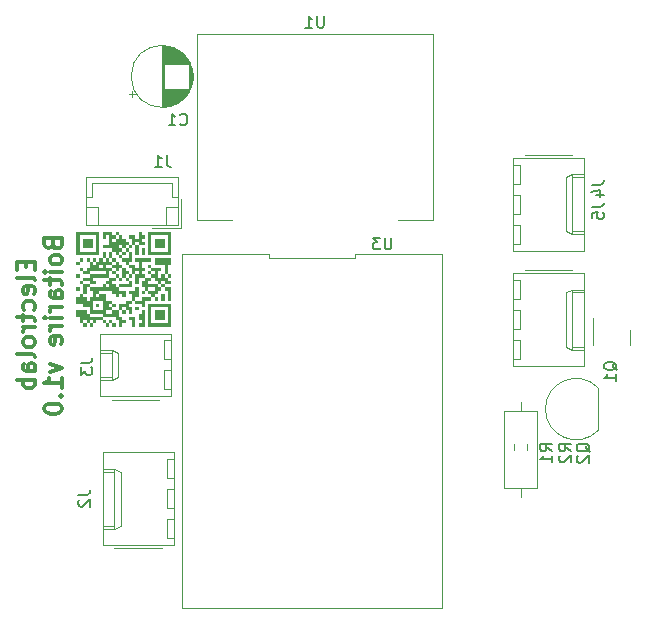
<source format=gbr>
%TF.GenerationSoftware,KiCad,Pcbnew,(5.99.0-11051-gdb19ae226a)*%
%TF.CreationDate,2021-08-12T23:07:14+02:00*%
%TF.ProjectId,boitarire,626f6974-6172-4697-9265-2e6b69636164,rev?*%
%TF.SameCoordinates,Original*%
%TF.FileFunction,Legend,Bot*%
%TF.FilePolarity,Positive*%
%FSLAX46Y46*%
G04 Gerber Fmt 4.6, Leading zero omitted, Abs format (unit mm)*
G04 Created by KiCad (PCBNEW (5.99.0-11051-gdb19ae226a)) date 2021-08-12 23:07:14*
%MOMM*%
%LPD*%
G01*
G04 APERTURE LIST*
%ADD10C,0.300000*%
%ADD11C,0.150000*%
%ADD12C,0.120000*%
G04 APERTURE END LIST*
D10*
X138992857Y-63878571D02*
X138992857Y-64378571D01*
X139778571Y-64592857D02*
X139778571Y-63878571D01*
X138278571Y-63878571D01*
X138278571Y-64592857D01*
X139778571Y-65450000D02*
X139707142Y-65307142D01*
X139564285Y-65235714D01*
X138278571Y-65235714D01*
X139707142Y-66592857D02*
X139778571Y-66450000D01*
X139778571Y-66164285D01*
X139707142Y-66021428D01*
X139564285Y-65950000D01*
X138992857Y-65950000D01*
X138850000Y-66021428D01*
X138778571Y-66164285D01*
X138778571Y-66450000D01*
X138850000Y-66592857D01*
X138992857Y-66664285D01*
X139135714Y-66664285D01*
X139278571Y-65950000D01*
X139707142Y-67950000D02*
X139778571Y-67807142D01*
X139778571Y-67521428D01*
X139707142Y-67378571D01*
X139635714Y-67307142D01*
X139492857Y-67235714D01*
X139064285Y-67235714D01*
X138921428Y-67307142D01*
X138850000Y-67378571D01*
X138778571Y-67521428D01*
X138778571Y-67807142D01*
X138850000Y-67950000D01*
X138778571Y-68378571D02*
X138778571Y-68950000D01*
X138278571Y-68592857D02*
X139564285Y-68592857D01*
X139707142Y-68664285D01*
X139778571Y-68807142D01*
X139778571Y-68950000D01*
X139778571Y-69450000D02*
X138778571Y-69450000D01*
X139064285Y-69450000D02*
X138921428Y-69521428D01*
X138850000Y-69592857D01*
X138778571Y-69735714D01*
X138778571Y-69878571D01*
X139778571Y-70592857D02*
X139707142Y-70450000D01*
X139635714Y-70378571D01*
X139492857Y-70307142D01*
X139064285Y-70307142D01*
X138921428Y-70378571D01*
X138850000Y-70450000D01*
X138778571Y-70592857D01*
X138778571Y-70807142D01*
X138850000Y-70950000D01*
X138921428Y-71021428D01*
X139064285Y-71092857D01*
X139492857Y-71092857D01*
X139635714Y-71021428D01*
X139707142Y-70950000D01*
X139778571Y-70807142D01*
X139778571Y-70592857D01*
X139778571Y-71950000D02*
X139707142Y-71807142D01*
X139564285Y-71735714D01*
X138278571Y-71735714D01*
X139778571Y-73164285D02*
X138992857Y-73164285D01*
X138850000Y-73092857D01*
X138778571Y-72950000D01*
X138778571Y-72664285D01*
X138850000Y-72521428D01*
X139707142Y-73164285D02*
X139778571Y-73021428D01*
X139778571Y-72664285D01*
X139707142Y-72521428D01*
X139564285Y-72450000D01*
X139421428Y-72450000D01*
X139278571Y-72521428D01*
X139207142Y-72664285D01*
X139207142Y-73021428D01*
X139135714Y-73164285D01*
X139778571Y-73878571D02*
X138278571Y-73878571D01*
X138850000Y-73878571D02*
X138778571Y-74021428D01*
X138778571Y-74307142D01*
X138850000Y-74450000D01*
X138921428Y-74521428D01*
X139064285Y-74592857D01*
X139492857Y-74592857D01*
X139635714Y-74521428D01*
X139707142Y-74450000D01*
X139778571Y-74307142D01*
X139778571Y-74021428D01*
X139707142Y-73878571D01*
X141292857Y-62407142D02*
X141364285Y-62621428D01*
X141435714Y-62692857D01*
X141578571Y-62764285D01*
X141792857Y-62764285D01*
X141935714Y-62692857D01*
X142007142Y-62621428D01*
X142078571Y-62478571D01*
X142078571Y-61907142D01*
X140578571Y-61907142D01*
X140578571Y-62407142D01*
X140650000Y-62550000D01*
X140721428Y-62621428D01*
X140864285Y-62692857D01*
X141007142Y-62692857D01*
X141150000Y-62621428D01*
X141221428Y-62550000D01*
X141292857Y-62407142D01*
X141292857Y-61907142D01*
X142078571Y-63621428D02*
X142007142Y-63478571D01*
X141935714Y-63407142D01*
X141792857Y-63335714D01*
X141364285Y-63335714D01*
X141221428Y-63407142D01*
X141150000Y-63478571D01*
X141078571Y-63621428D01*
X141078571Y-63835714D01*
X141150000Y-63978571D01*
X141221428Y-64050000D01*
X141364285Y-64121428D01*
X141792857Y-64121428D01*
X141935714Y-64050000D01*
X142007142Y-63978571D01*
X142078571Y-63835714D01*
X142078571Y-63621428D01*
X142078571Y-64764285D02*
X141078571Y-64764285D01*
X140578571Y-64764285D02*
X140650000Y-64692857D01*
X140721428Y-64764285D01*
X140650000Y-64835714D01*
X140578571Y-64764285D01*
X140721428Y-64764285D01*
X141078571Y-65264285D02*
X141078571Y-65835714D01*
X140578571Y-65478571D02*
X141864285Y-65478571D01*
X142007142Y-65550000D01*
X142078571Y-65692857D01*
X142078571Y-65835714D01*
X142078571Y-66978571D02*
X141292857Y-66978571D01*
X141150000Y-66907142D01*
X141078571Y-66764285D01*
X141078571Y-66478571D01*
X141150000Y-66335714D01*
X142007142Y-66978571D02*
X142078571Y-66835714D01*
X142078571Y-66478571D01*
X142007142Y-66335714D01*
X141864285Y-66264285D01*
X141721428Y-66264285D01*
X141578571Y-66335714D01*
X141507142Y-66478571D01*
X141507142Y-66835714D01*
X141435714Y-66978571D01*
X142078571Y-67692857D02*
X141078571Y-67692857D01*
X141364285Y-67692857D02*
X141221428Y-67764285D01*
X141150000Y-67835714D01*
X141078571Y-67978571D01*
X141078571Y-68121428D01*
X142078571Y-68621428D02*
X141078571Y-68621428D01*
X140578571Y-68621428D02*
X140650000Y-68550000D01*
X140721428Y-68621428D01*
X140650000Y-68692857D01*
X140578571Y-68621428D01*
X140721428Y-68621428D01*
X142078571Y-69335714D02*
X141078571Y-69335714D01*
X141364285Y-69335714D02*
X141221428Y-69407142D01*
X141150000Y-69478571D01*
X141078571Y-69621428D01*
X141078571Y-69764285D01*
X142007142Y-70835714D02*
X142078571Y-70692857D01*
X142078571Y-70407142D01*
X142007142Y-70264285D01*
X141864285Y-70192857D01*
X141292857Y-70192857D01*
X141150000Y-70264285D01*
X141078571Y-70407142D01*
X141078571Y-70692857D01*
X141150000Y-70835714D01*
X141292857Y-70907142D01*
X141435714Y-70907142D01*
X141578571Y-70192857D01*
X141078571Y-72550000D02*
X142078571Y-72907142D01*
X141078571Y-73264285D01*
X142078571Y-74621428D02*
X142078571Y-73764285D01*
X142078571Y-74192857D02*
X140578571Y-74192857D01*
X140792857Y-74050000D01*
X140935714Y-73907142D01*
X141007142Y-73764285D01*
X141935714Y-75264285D02*
X142007142Y-75335714D01*
X142078571Y-75264285D01*
X142007142Y-75192857D01*
X141935714Y-75264285D01*
X142078571Y-75264285D01*
X140578571Y-76264285D02*
X140578571Y-76407142D01*
X140650000Y-76550000D01*
X140721428Y-76621428D01*
X140864285Y-76692857D01*
X141150000Y-76764285D01*
X141507142Y-76764285D01*
X141792857Y-76692857D01*
X141935714Y-76621428D01*
X142007142Y-76550000D01*
X142078571Y-76407142D01*
X142078571Y-76264285D01*
X142007142Y-76121428D01*
X141935714Y-76050000D01*
X141792857Y-75978571D01*
X141507142Y-75907142D01*
X141150000Y-75907142D01*
X140864285Y-75978571D01*
X140721428Y-76050000D01*
X140650000Y-76121428D01*
X140578571Y-76264285D01*
D11*
%TO.C,U1*%
X164261904Y-43077380D02*
X164261904Y-43886904D01*
X164214285Y-43982142D01*
X164166666Y-44029761D01*
X164071428Y-44077380D01*
X163880952Y-44077380D01*
X163785714Y-44029761D01*
X163738095Y-43982142D01*
X163690476Y-43886904D01*
X163690476Y-43077380D01*
X162690476Y-44077380D02*
X163261904Y-44077380D01*
X162976190Y-44077380D02*
X162976190Y-43077380D01*
X163071428Y-43220238D01*
X163166666Y-43315476D01*
X163261904Y-43363095D01*
%TO.C,U3*%
X169961904Y-61852380D02*
X169961904Y-62661904D01*
X169914285Y-62757142D01*
X169866666Y-62804761D01*
X169771428Y-62852380D01*
X169580952Y-62852380D01*
X169485714Y-62804761D01*
X169438095Y-62757142D01*
X169390476Y-62661904D01*
X169390476Y-61852380D01*
X169009523Y-61852380D02*
X168390476Y-61852380D01*
X168723809Y-62233333D01*
X168580952Y-62233333D01*
X168485714Y-62280952D01*
X168438095Y-62328571D01*
X168390476Y-62423809D01*
X168390476Y-62661904D01*
X168438095Y-62757142D01*
X168485714Y-62804761D01*
X168580952Y-62852380D01*
X168866666Y-62852380D01*
X168961904Y-62804761D01*
X169009523Y-62757142D01*
%TO.C,J4*%
X186952380Y-57366666D02*
X187666666Y-57366666D01*
X187809523Y-57319047D01*
X187904761Y-57223809D01*
X187952380Y-57080952D01*
X187952380Y-56985714D01*
X187285714Y-58271428D02*
X187952380Y-58271428D01*
X186904761Y-58033333D02*
X187619047Y-57795238D01*
X187619047Y-58414285D01*
%TO.C,J3*%
X143652380Y-72466666D02*
X144366666Y-72466666D01*
X144509523Y-72419047D01*
X144604761Y-72323809D01*
X144652380Y-72180952D01*
X144652380Y-72085714D01*
X143652380Y-72847619D02*
X143652380Y-73466666D01*
X144033333Y-73133333D01*
X144033333Y-73276190D01*
X144080952Y-73371428D01*
X144128571Y-73419047D01*
X144223809Y-73466666D01*
X144461904Y-73466666D01*
X144557142Y-73419047D01*
X144604761Y-73371428D01*
X144652380Y-73276190D01*
X144652380Y-72990476D01*
X144604761Y-72895238D01*
X144557142Y-72847619D01*
%TO.C,J1*%
X150933333Y-54852380D02*
X150933333Y-55566666D01*
X150980952Y-55709523D01*
X151076190Y-55804761D01*
X151219047Y-55852380D01*
X151314285Y-55852380D01*
X149933333Y-55852380D02*
X150504761Y-55852380D01*
X150219047Y-55852380D02*
X150219047Y-54852380D01*
X150314285Y-54995238D01*
X150409523Y-55090476D01*
X150504761Y-55138095D01*
%TO.C,J2*%
X143452380Y-83626666D02*
X144166666Y-83626666D01*
X144309523Y-83579047D01*
X144404761Y-83483809D01*
X144452380Y-83340952D01*
X144452380Y-83245714D01*
X143547619Y-84055238D02*
X143500000Y-84102857D01*
X143452380Y-84198095D01*
X143452380Y-84436190D01*
X143500000Y-84531428D01*
X143547619Y-84579047D01*
X143642857Y-84626666D01*
X143738095Y-84626666D01*
X143880952Y-84579047D01*
X144452380Y-84007619D01*
X144452380Y-84626666D01*
%TO.C,Q2*%
X186747619Y-80004761D02*
X186700000Y-79909523D01*
X186604761Y-79814285D01*
X186461904Y-79671428D01*
X186414285Y-79576190D01*
X186414285Y-79480952D01*
X186652380Y-79528571D02*
X186604761Y-79433333D01*
X186509523Y-79338095D01*
X186319047Y-79290476D01*
X185985714Y-79290476D01*
X185795238Y-79338095D01*
X185700000Y-79433333D01*
X185652380Y-79528571D01*
X185652380Y-79719047D01*
X185700000Y-79814285D01*
X185795238Y-79909523D01*
X185985714Y-79957142D01*
X186319047Y-79957142D01*
X186509523Y-79909523D01*
X186604761Y-79814285D01*
X186652380Y-79719047D01*
X186652380Y-79528571D01*
X185747619Y-80338095D02*
X185700000Y-80385714D01*
X185652380Y-80480952D01*
X185652380Y-80719047D01*
X185700000Y-80814285D01*
X185747619Y-80861904D01*
X185842857Y-80909523D01*
X185938095Y-80909523D01*
X186080952Y-80861904D01*
X186652380Y-80290476D01*
X186652380Y-80909523D01*
%TO.C,R1*%
X183552380Y-79933333D02*
X183076190Y-79600000D01*
X183552380Y-79361904D02*
X182552380Y-79361904D01*
X182552380Y-79742857D01*
X182600000Y-79838095D01*
X182647619Y-79885714D01*
X182742857Y-79933333D01*
X182885714Y-79933333D01*
X182980952Y-79885714D01*
X183028571Y-79838095D01*
X183076190Y-79742857D01*
X183076190Y-79361904D01*
X183552380Y-80885714D02*
X183552380Y-80314285D01*
X183552380Y-80600000D02*
X182552380Y-80600000D01*
X182695238Y-80504761D01*
X182790476Y-80409523D01*
X182838095Y-80314285D01*
%TO.C,J5*%
X186952380Y-59266666D02*
X187666666Y-59266666D01*
X187809523Y-59219047D01*
X187904761Y-59123809D01*
X187952380Y-58980952D01*
X187952380Y-58885714D01*
X186952380Y-60219047D02*
X186952380Y-59742857D01*
X187428571Y-59695238D01*
X187380952Y-59742857D01*
X187333333Y-59838095D01*
X187333333Y-60076190D01*
X187380952Y-60171428D01*
X187428571Y-60219047D01*
X187523809Y-60266666D01*
X187761904Y-60266666D01*
X187857142Y-60219047D01*
X187904761Y-60171428D01*
X187952380Y-60076190D01*
X187952380Y-59838095D01*
X187904761Y-59742857D01*
X187857142Y-59695238D01*
%TO.C,C1*%
X152061554Y-52257142D02*
X152109173Y-52304761D01*
X152252030Y-52352380D01*
X152347268Y-52352380D01*
X152490126Y-52304761D01*
X152585364Y-52209523D01*
X152632983Y-52114285D01*
X152680602Y-51923809D01*
X152680602Y-51780952D01*
X152632983Y-51590476D01*
X152585364Y-51495238D01*
X152490126Y-51400000D01*
X152347268Y-51352380D01*
X152252030Y-51352380D01*
X152109173Y-51400000D01*
X152061554Y-51447619D01*
X151109173Y-52352380D02*
X151680602Y-52352380D01*
X151394888Y-52352380D02*
X151394888Y-51352380D01*
X151490126Y-51495238D01*
X151585364Y-51590476D01*
X151680602Y-51638095D01*
%TO.C,R2*%
X185152380Y-79933333D02*
X184676190Y-79600000D01*
X185152380Y-79361904D02*
X184152380Y-79361904D01*
X184152380Y-79742857D01*
X184200000Y-79838095D01*
X184247619Y-79885714D01*
X184342857Y-79933333D01*
X184485714Y-79933333D01*
X184580952Y-79885714D01*
X184628571Y-79838095D01*
X184676190Y-79742857D01*
X184676190Y-79361904D01*
X184247619Y-80314285D02*
X184200000Y-80361904D01*
X184152380Y-80457142D01*
X184152380Y-80695238D01*
X184200000Y-80790476D01*
X184247619Y-80838095D01*
X184342857Y-80885714D01*
X184438095Y-80885714D01*
X184580952Y-80838095D01*
X185152380Y-80266666D01*
X185152380Y-80885714D01*
%TO.C,Q1*%
X189047619Y-73104761D02*
X189000000Y-73009523D01*
X188904761Y-72914285D01*
X188761904Y-72771428D01*
X188714285Y-72676190D01*
X188714285Y-72580952D01*
X188952380Y-72628571D02*
X188904761Y-72533333D01*
X188809523Y-72438095D01*
X188619047Y-72390476D01*
X188285714Y-72390476D01*
X188095238Y-72438095D01*
X188000000Y-72533333D01*
X187952380Y-72628571D01*
X187952380Y-72819047D01*
X188000000Y-72914285D01*
X188095238Y-73009523D01*
X188285714Y-73057142D01*
X188619047Y-73057142D01*
X188809523Y-73009523D01*
X188904761Y-72914285D01*
X188952380Y-72819047D01*
X188952380Y-72628571D01*
X188952380Y-74009523D02*
X188952380Y-73438095D01*
X188952380Y-73723809D02*
X187952380Y-73723809D01*
X188095238Y-73628571D01*
X188190476Y-73533333D01*
X188238095Y-73438095D01*
D12*
%TO.C,U1*%
X170500000Y-60375000D02*
X173490000Y-60375000D01*
X153510000Y-44625000D02*
X153510000Y-60375000D01*
X173490000Y-60375000D02*
X173490000Y-44625000D01*
X153510000Y-60375000D02*
X156500000Y-60375000D01*
X173490000Y-44625000D02*
X153510000Y-44625000D01*
%TO.C,U3*%
X159583334Y-63250000D02*
X159583334Y-63610000D01*
X174250000Y-63250000D02*
X174250000Y-93250000D01*
X159583334Y-63610000D02*
X166916666Y-63610000D01*
X166916666Y-63610000D02*
X166916666Y-63250000D01*
X166916666Y-63250000D02*
X174250000Y-63250000D01*
X152250000Y-93250000D02*
X152250000Y-63250000D01*
X174250000Y-93250000D02*
X152250000Y-93250000D01*
X152250000Y-63250000D02*
X159583334Y-63250000D01*
%TO.C,J4*%
X184710000Y-66500000D02*
X184710000Y-71080000D01*
X180220000Y-72710000D02*
X180220000Y-64870000D01*
X180820000Y-70530000D02*
X180820000Y-72130000D01*
X180220000Y-65450000D02*
X180820000Y-65450000D01*
X186240000Y-71080000D02*
X185240000Y-71080000D01*
X186240000Y-72710000D02*
X180220000Y-72710000D01*
X180820000Y-69590000D02*
X180220000Y-69590000D01*
X180820000Y-67990000D02*
X180820000Y-69590000D01*
X181250000Y-64580000D02*
X185250000Y-64580000D01*
X185240000Y-66250000D02*
X184710000Y-66500000D01*
X180220000Y-67990000D02*
X180820000Y-67990000D01*
X184710000Y-71080000D02*
X185240000Y-71330000D01*
X180820000Y-67050000D02*
X180220000Y-67050000D01*
X185240000Y-66250000D02*
X185240000Y-71330000D01*
X186240000Y-64870000D02*
X186240000Y-72710000D01*
X180820000Y-65450000D02*
X180820000Y-67050000D01*
X180220000Y-70530000D02*
X180820000Y-70530000D01*
X186240000Y-66250000D02*
X185240000Y-66250000D01*
X180220000Y-64870000D02*
X186240000Y-64870000D01*
X185240000Y-71330000D02*
X186240000Y-71330000D01*
X180820000Y-72130000D02*
X180220000Y-72130000D01*
X186240000Y-66500000D02*
X185240000Y-66500000D01*
%TO.C,J3*%
X151330000Y-74700000D02*
X150730000Y-74700000D01*
X145310000Y-73900000D02*
X146310000Y-73900000D01*
X145310000Y-71610000D02*
X146310000Y-71610000D01*
X150730000Y-74700000D02*
X150730000Y-73100000D01*
X151330000Y-69980000D02*
X151330000Y-75280000D01*
X150730000Y-72160000D02*
X150730000Y-70560000D01*
X151330000Y-75280000D02*
X145310000Y-75280000D01*
X145310000Y-73650000D02*
X146310000Y-73650000D01*
X150730000Y-70560000D02*
X151330000Y-70560000D01*
X146310000Y-73900000D02*
X146840000Y-73650000D01*
X146840000Y-71610000D02*
X146310000Y-71360000D01*
X146840000Y-73650000D02*
X146840000Y-71610000D01*
X150300000Y-75570000D02*
X146300000Y-75570000D01*
X150730000Y-73100000D02*
X151330000Y-73100000D01*
X151330000Y-72160000D02*
X150730000Y-72160000D01*
X146310000Y-73900000D02*
X146310000Y-71360000D01*
X145310000Y-75280000D02*
X145310000Y-69980000D01*
X145310000Y-69980000D02*
X151330000Y-69980000D01*
X146310000Y-71360000D02*
X145310000Y-71360000D01*
%TO.C,J1*%
X144140000Y-60760000D02*
X144140000Y-56740000D01*
X151360000Y-57240000D02*
X144640000Y-57240000D01*
X151860000Y-56740000D02*
X151860000Y-60760000D01*
X151860000Y-59260000D02*
X150860000Y-59260000D01*
X145140000Y-59260000D02*
X145140000Y-60760000D01*
X144640000Y-57240000D02*
X144640000Y-58450000D01*
X152160000Y-58560000D02*
X152160000Y-61060000D01*
X151360000Y-58450000D02*
X151360000Y-57240000D01*
X150860000Y-59260000D02*
X150860000Y-60760000D01*
X152160000Y-61060000D02*
X149660000Y-61060000D01*
X151860000Y-58450000D02*
X151360000Y-58450000D01*
X144140000Y-56740000D02*
X151860000Y-56740000D01*
X151860000Y-60760000D02*
X144140000Y-60760000D01*
X144140000Y-59260000D02*
X145140000Y-59260000D01*
X144640000Y-58450000D02*
X144140000Y-58450000D01*
%TO.C,J2*%
X150930000Y-82220000D02*
X150930000Y-80620000D01*
X145510000Y-86500000D02*
X146510000Y-86500000D01*
X150930000Y-80620000D02*
X151530000Y-80620000D01*
X150930000Y-85700000D02*
X151530000Y-85700000D01*
X146510000Y-86500000D02*
X147040000Y-86250000D01*
X151530000Y-87880000D02*
X145510000Y-87880000D01*
X150930000Y-87300000D02*
X150930000Y-85700000D01*
X145510000Y-81670000D02*
X146510000Y-81670000D01*
X151530000Y-80040000D02*
X151530000Y-87880000D01*
X150500000Y-88170000D02*
X146500000Y-88170000D01*
X145510000Y-86250000D02*
X146510000Y-86250000D01*
X151530000Y-84760000D02*
X150930000Y-84760000D01*
X146510000Y-81420000D02*
X145510000Y-81420000D01*
X150930000Y-84760000D02*
X150930000Y-83160000D01*
X147040000Y-86250000D02*
X147040000Y-81670000D01*
X150930000Y-83160000D02*
X151530000Y-83160000D01*
X145510000Y-80040000D02*
X151530000Y-80040000D01*
X145510000Y-87880000D02*
X145510000Y-80040000D01*
X146510000Y-86500000D02*
X146510000Y-81420000D01*
X147040000Y-81670000D02*
X146510000Y-81420000D01*
X151530000Y-82220000D02*
X150930000Y-82220000D01*
X151530000Y-87300000D02*
X150930000Y-87300000D01*
%TO.C,Q2*%
X187450000Y-74570000D02*
X187450000Y-78170000D01*
X187438478Y-74531522D02*
G75*
G03*
X183000000Y-76370000I-1838478J-1838478D01*
G01*
X187438478Y-78208478D02*
G75*
G02*
X183000000Y-76370000I-1838478J1838478D01*
G01*
%TO.C,R1*%
X181422500Y-79345276D02*
X181422500Y-79854724D01*
X180377500Y-79345276D02*
X180377500Y-79854724D01*
%TO.C,J5*%
X180820000Y-60780000D02*
X180820000Y-62380000D01*
X180220000Y-58240000D02*
X180820000Y-58240000D01*
X180820000Y-58240000D02*
X180820000Y-59840000D01*
X180820000Y-57300000D02*
X180220000Y-57300000D01*
X180820000Y-55700000D02*
X180820000Y-57300000D01*
X185240000Y-61580000D02*
X186240000Y-61580000D01*
X186240000Y-56750000D02*
X185240000Y-56750000D01*
X180220000Y-60780000D02*
X180820000Y-60780000D01*
X184710000Y-61330000D02*
X185240000Y-61580000D01*
X184710000Y-56750000D02*
X184710000Y-61330000D01*
X180820000Y-62380000D02*
X180220000Y-62380000D01*
X180820000Y-59840000D02*
X180220000Y-59840000D01*
X185240000Y-56500000D02*
X184710000Y-56750000D01*
X181250000Y-54830000D02*
X185250000Y-54830000D01*
X186240000Y-55120000D02*
X186240000Y-62960000D01*
X180220000Y-55700000D02*
X180820000Y-55700000D01*
X180220000Y-62960000D02*
X180220000Y-55120000D01*
X186240000Y-56500000D02*
X185240000Y-56500000D01*
X180220000Y-55120000D02*
X186240000Y-55120000D01*
X186240000Y-61330000D02*
X185240000Y-61330000D01*
X185240000Y-56500000D02*
X185240000Y-61580000D01*
X186240000Y-62960000D02*
X180220000Y-62960000D01*
%TO.C,C1*%
X152425888Y-47160000D02*
X152425888Y-46415000D01*
X151184888Y-47160000D02*
X151184888Y-45699000D01*
X152745888Y-49583000D02*
X152745888Y-49240000D01*
X151425888Y-47160000D02*
X151425888Y-45772000D01*
X151985888Y-47160000D02*
X151985888Y-46051000D01*
X152665888Y-47160000D02*
X152665888Y-46700000D01*
X150624888Y-50779000D02*
X150624888Y-45621000D01*
X152425888Y-49985000D02*
X152425888Y-49240000D01*
X151265888Y-50680000D02*
X151265888Y-49240000D01*
X152745888Y-47160000D02*
X152745888Y-46817000D01*
X152625888Y-47160000D02*
X152625888Y-46646000D01*
X152465888Y-49943000D02*
X152465888Y-49240000D01*
X152345888Y-47160000D02*
X152345888Y-46336000D01*
X151345888Y-50655000D02*
X151345888Y-49240000D01*
X152545888Y-47160000D02*
X152545888Y-46547000D01*
X151144888Y-50711000D02*
X151144888Y-49240000D01*
X151104888Y-50720000D02*
X151104888Y-49240000D01*
X150824888Y-50765000D02*
X150824888Y-49240000D01*
X151305888Y-47160000D02*
X151305888Y-45732000D01*
X153065888Y-48877000D02*
X153065888Y-47523000D01*
X152185888Y-50204000D02*
X152185888Y-49240000D01*
X151665888Y-47160000D02*
X151665888Y-45871000D01*
X152665888Y-49700000D02*
X152665888Y-49240000D01*
X150984888Y-47160000D02*
X150984888Y-45657000D01*
X150544888Y-50780000D02*
X150544888Y-45620000D01*
X151945888Y-47160000D02*
X151945888Y-46025000D01*
X151265888Y-47160000D02*
X151265888Y-45720000D01*
X151224888Y-50691000D02*
X151224888Y-49240000D01*
X152585888Y-49805000D02*
X152585888Y-49240000D01*
X151144888Y-47160000D02*
X151144888Y-45689000D01*
X151385888Y-50642000D02*
X151385888Y-49240000D01*
X151905888Y-47160000D02*
X151905888Y-46000000D01*
X153105888Y-48718000D02*
X153105888Y-47682000D01*
X151505888Y-47160000D02*
X151505888Y-45802000D01*
X152985888Y-49115000D02*
X152985888Y-47285000D01*
X152385888Y-47160000D02*
X152385888Y-46374000D01*
X150904888Y-47160000D02*
X150904888Y-45644000D01*
X150944888Y-50750000D02*
X150944888Y-49240000D01*
X151865888Y-50424000D02*
X151865888Y-49240000D01*
X151865888Y-47160000D02*
X151865888Y-45976000D01*
X151064888Y-50728000D02*
X151064888Y-49240000D01*
X151745888Y-47160000D02*
X151745888Y-45910000D01*
X150864888Y-47160000D02*
X150864888Y-45639000D01*
X150784888Y-47160000D02*
X150784888Y-45631000D01*
X150664888Y-50778000D02*
X150664888Y-45622000D01*
X151064888Y-47160000D02*
X151064888Y-45672000D01*
X150944888Y-47160000D02*
X150944888Y-45650000D01*
X150704888Y-50776000D02*
X150704888Y-45624000D01*
X152305888Y-47160000D02*
X152305888Y-46299000D01*
X151465888Y-47160000D02*
X151465888Y-45786000D01*
X151425888Y-50628000D02*
X151425888Y-49240000D01*
X151825888Y-47160000D02*
X151825888Y-45953000D01*
X152105888Y-50265000D02*
X152105888Y-49240000D01*
X152025888Y-50322000D02*
X152025888Y-49240000D01*
X151625888Y-50548000D02*
X151625888Y-49240000D01*
X153025888Y-49005000D02*
X153025888Y-47395000D01*
X150784888Y-50769000D02*
X150784888Y-49240000D01*
X151024888Y-47160000D02*
X151024888Y-45664000D01*
X151224888Y-47160000D02*
X151224888Y-45709000D01*
X152145888Y-50235000D02*
X152145888Y-49240000D01*
X151785888Y-50468000D02*
X151785888Y-49240000D01*
X151705888Y-47160000D02*
X151705888Y-45890000D01*
X152505888Y-47160000D02*
X152505888Y-46501000D01*
X151585888Y-50565000D02*
X151585888Y-49240000D01*
X151505888Y-50598000D02*
X151505888Y-49240000D01*
X152825888Y-47160000D02*
X152825888Y-46949000D01*
X151625888Y-47160000D02*
X151625888Y-45852000D01*
X152305888Y-50101000D02*
X152305888Y-49240000D01*
X150744888Y-50773000D02*
X150744888Y-45627000D01*
X152225888Y-47160000D02*
X152225888Y-46229000D01*
X152505888Y-49899000D02*
X152505888Y-49240000D01*
X151665888Y-50529000D02*
X151665888Y-49240000D01*
X151985888Y-50349000D02*
X151985888Y-49240000D01*
X152625888Y-49754000D02*
X152625888Y-49240000D01*
X151545888Y-47160000D02*
X151545888Y-45818000D01*
X152185888Y-47160000D02*
X152185888Y-46196000D01*
X152705888Y-49643000D02*
X152705888Y-49240000D01*
X152865888Y-49378000D02*
X152865888Y-47022000D01*
X151385888Y-47160000D02*
X151385888Y-45758000D01*
X151825888Y-50447000D02*
X151825888Y-49240000D01*
X152265888Y-47160000D02*
X152265888Y-46263000D01*
X152105888Y-47160000D02*
X152105888Y-46135000D01*
X152825888Y-49451000D02*
X152825888Y-49240000D01*
X147990113Y-49925000D02*
X147990113Y-49425000D01*
X152945888Y-49211000D02*
X152945888Y-47189000D01*
X152705888Y-47160000D02*
X152705888Y-46757000D01*
X150824888Y-47160000D02*
X150824888Y-45635000D01*
X152065888Y-50295000D02*
X152065888Y-49240000D01*
X152585888Y-47160000D02*
X152585888Y-46595000D01*
X151305888Y-50668000D02*
X151305888Y-49240000D01*
X150904888Y-50756000D02*
X150904888Y-49240000D01*
X151585888Y-47160000D02*
X151585888Y-45835000D01*
X152145888Y-47160000D02*
X152145888Y-46165000D01*
X150584888Y-50780000D02*
X150584888Y-45620000D01*
X151785888Y-47160000D02*
X151785888Y-45932000D01*
X152345888Y-50064000D02*
X152345888Y-49240000D01*
X152065888Y-47160000D02*
X152065888Y-46105000D01*
X150984888Y-50743000D02*
X150984888Y-49240000D01*
X151545888Y-50582000D02*
X151545888Y-49240000D01*
X151745888Y-50490000D02*
X151745888Y-49240000D01*
X153145888Y-48484000D02*
X153145888Y-47916000D01*
X152225888Y-50171000D02*
X152225888Y-49240000D01*
X151345888Y-47160000D02*
X151345888Y-45745000D01*
X152545888Y-49853000D02*
X152545888Y-49240000D01*
X151905888Y-50400000D02*
X151905888Y-49240000D01*
X151705888Y-50510000D02*
X151705888Y-49240000D01*
X147740113Y-49675000D02*
X148240113Y-49675000D01*
X152465888Y-47160000D02*
X152465888Y-46457000D01*
X151945888Y-50375000D02*
X151945888Y-49240000D01*
X152025888Y-47160000D02*
X152025888Y-46078000D01*
X151184888Y-50701000D02*
X151184888Y-49240000D01*
X152385888Y-50026000D02*
X152385888Y-49240000D01*
X150864888Y-50761000D02*
X150864888Y-49240000D01*
X152905888Y-49298000D02*
X152905888Y-47102000D01*
X152265888Y-50137000D02*
X152265888Y-49240000D01*
X151104888Y-47160000D02*
X151104888Y-45680000D01*
X151024888Y-50736000D02*
X151024888Y-49240000D01*
X151465888Y-50614000D02*
X151465888Y-49240000D01*
X152785888Y-49519000D02*
X152785888Y-49240000D01*
X152785888Y-47160000D02*
X152785888Y-46881000D01*
X153164888Y-48200000D02*
G75*
G03*
X153164888Y-48200000I-2620000J0D01*
G01*
%TO.C,R2*%
X179530000Y-83070000D02*
X179530000Y-76530000D01*
X182270000Y-76530000D02*
X182270000Y-83070000D01*
X180900000Y-75760000D02*
X180900000Y-76530000D01*
X182270000Y-83070000D02*
X179530000Y-83070000D01*
X180900000Y-83840000D02*
X180900000Y-83070000D01*
X179530000Y-76530000D02*
X182270000Y-76530000D01*
%TO.C,Q1*%
X190160000Y-70300000D02*
X190160000Y-69650000D01*
X190160000Y-70300000D02*
X190160000Y-70950000D01*
X187040000Y-70300000D02*
X187040000Y-68625000D01*
X187040000Y-70300000D02*
X187040000Y-70950000D01*
%TO.C,G\u002A\u002A\u002A*%
G36*
X149647899Y-67187605D02*
G01*
X149114285Y-67187605D01*
X149114285Y-67721219D01*
X148820798Y-67721219D01*
X148820798Y-67454412D01*
X148287185Y-67454412D01*
X148287185Y-67187605D01*
X148820798Y-67187605D01*
X148820798Y-66894118D01*
X149647899Y-66894118D01*
X149647899Y-67187605D01*
G37*
G36*
X150768487Y-62758614D02*
G01*
X149941386Y-62758614D01*
X149941386Y-61931513D01*
X150768487Y-61931513D01*
X150768487Y-62758614D01*
G37*
G36*
X149114285Y-62491807D02*
G01*
X148553991Y-62491807D01*
X148553991Y-63318908D01*
X148287185Y-63318908D01*
X148287185Y-62491807D01*
X148553991Y-62491807D01*
X148553991Y-62225000D01*
X148287185Y-62225000D01*
X148287185Y-62491807D01*
X147993697Y-62491807D01*
X147993697Y-61931513D01*
X147726890Y-61931513D01*
X147726890Y-61664706D01*
X148287185Y-61664706D01*
X148287185Y-61931513D01*
X148553991Y-61931513D01*
X148553991Y-61397900D01*
X148820798Y-61397900D01*
X148820798Y-61664706D01*
X149114285Y-61664706D01*
X149114285Y-61931513D01*
X148820798Y-61931513D01*
X148820798Y-62225000D01*
X149114285Y-62225000D01*
X149114285Y-62491807D01*
G37*
G36*
X149114285Y-64973110D02*
G01*
X149114285Y-65239916D01*
X148553991Y-65239916D01*
X148553991Y-65800210D01*
X148287185Y-65800210D01*
X148287185Y-64973110D01*
X148553991Y-64973110D01*
X148553991Y-64706303D01*
X148287185Y-64706303D01*
X148287185Y-64973110D01*
X147993697Y-64973110D01*
X147993697Y-64412815D01*
X147726890Y-64412815D01*
X147726890Y-64146009D01*
X148287185Y-64146009D01*
X148287185Y-64412815D01*
X148553991Y-64412815D01*
X148553991Y-63879202D01*
X148287185Y-63879202D01*
X148287185Y-63585715D01*
X149647899Y-63585715D01*
X149647899Y-63879202D01*
X148820798Y-63879202D01*
X148820798Y-64412815D01*
X149114285Y-64412815D01*
X149114285Y-64706303D01*
X148820798Y-64706303D01*
X148820798Y-64973110D01*
X149114285Y-64973110D01*
G37*
G36*
X150768487Y-68841807D02*
G01*
X149941386Y-68841807D01*
X149941386Y-68014706D01*
X150768487Y-68014706D01*
X150768487Y-68841807D01*
G37*
G36*
X143858193Y-64706303D02*
G01*
X143591386Y-64706303D01*
X143591386Y-64412815D01*
X143858193Y-64412815D01*
X143858193Y-64706303D01*
G37*
G36*
X147993697Y-63879202D02*
G01*
X147726890Y-63879202D01*
X147726890Y-64146009D01*
X147460084Y-64146009D01*
X147460084Y-63879202D01*
X147166596Y-63879202D01*
X147166596Y-63585715D01*
X147726890Y-63585715D01*
X147726890Y-63052101D01*
X147993697Y-63052101D01*
X147993697Y-63879202D01*
G37*
G36*
X143858193Y-63879202D02*
G01*
X143591386Y-63879202D01*
X143591386Y-63585715D01*
X143858193Y-63585715D01*
X143858193Y-63879202D01*
G37*
G36*
X149647899Y-64412815D02*
G01*
X149381092Y-64412815D01*
X149381092Y-64146009D01*
X149647899Y-64146009D01*
X149647899Y-64412815D01*
G37*
G36*
X149647899Y-64973110D02*
G01*
X149381092Y-64973110D01*
X149381092Y-64706303D01*
X149647899Y-64706303D01*
X149647899Y-64973110D01*
G37*
G36*
X146899790Y-64146009D02*
G01*
X147166596Y-64146009D01*
X147166596Y-64412815D01*
X146899790Y-64412815D01*
X146899790Y-64706303D01*
X146632983Y-64706303D01*
X146632983Y-64973110D01*
X146899790Y-64973110D01*
X146899790Y-65239916D01*
X147166596Y-65239916D01*
X147166596Y-64412815D01*
X147460084Y-64412815D01*
X147460084Y-64706303D01*
X147726890Y-64706303D01*
X147726890Y-64973110D01*
X147460084Y-64973110D01*
X147460084Y-65239916D01*
X147726890Y-65239916D01*
X147726890Y-64973110D01*
X147993697Y-64973110D01*
X147993697Y-65239916D01*
X147726890Y-65239916D01*
X147726890Y-65533404D01*
X147460084Y-65533404D01*
X147460084Y-65239916D01*
X147166596Y-65239916D01*
X147166596Y-65533404D01*
X146899790Y-65533404D01*
X146899790Y-65239916D01*
X146632983Y-65239916D01*
X146632983Y-64973110D01*
X146339495Y-64973110D01*
X146339495Y-64706303D01*
X146632983Y-64706303D01*
X146632983Y-64412815D01*
X146339495Y-64412815D01*
X146339495Y-64146009D01*
X146632983Y-64146009D01*
X146632983Y-63879202D01*
X146899790Y-63879202D01*
X146899790Y-64146009D01*
G37*
G36*
X151302100Y-67187605D02*
G01*
X151035294Y-67187605D01*
X151035294Y-66360505D01*
X150768487Y-66360505D01*
X150768487Y-66067017D01*
X151302100Y-66067017D01*
X151302100Y-67187605D01*
G37*
G36*
X149114285Y-63318908D02*
G01*
X148820798Y-63318908D01*
X148820798Y-62758614D01*
X149114285Y-62758614D01*
X149114285Y-63318908D01*
G37*
G36*
X147726890Y-62758614D02*
G01*
X147726890Y-62491807D01*
X147993697Y-62491807D01*
X147993697Y-62758614D01*
X147726890Y-62758614D01*
X147726890Y-63052101D01*
X147460084Y-63052101D01*
X147460084Y-62758614D01*
X147166596Y-62758614D01*
X147166596Y-63052101D01*
X146899790Y-63052101D01*
X146899790Y-63318908D01*
X146632983Y-63318908D01*
X146632983Y-63052101D01*
X146339495Y-63052101D01*
X146339495Y-62758614D01*
X146899790Y-62758614D01*
X147166596Y-62758614D01*
X147166596Y-62491807D01*
X146899790Y-62491807D01*
X146899790Y-62758614D01*
X146339495Y-62758614D01*
X145512395Y-62758614D01*
X145512395Y-62491807D01*
X146072689Y-62491807D01*
X146072689Y-61664706D01*
X145805882Y-61664706D01*
X145805882Y-61931513D01*
X145512395Y-61931513D01*
X145512395Y-61397900D01*
X146339495Y-61397900D01*
X146339495Y-61664706D01*
X146632983Y-61664706D01*
X146632983Y-61397900D01*
X146899790Y-61397900D01*
X146899790Y-61664706D01*
X146632983Y-61664706D01*
X146632983Y-61931513D01*
X146339495Y-61931513D01*
X146339495Y-62225000D01*
X146632983Y-62225000D01*
X146632983Y-61931513D01*
X146899790Y-61931513D01*
X146899790Y-61664706D01*
X147166596Y-61664706D01*
X147166596Y-61931513D01*
X147460084Y-61931513D01*
X147460084Y-62225000D01*
X147726890Y-62225000D01*
X147726890Y-62491807D01*
X147460084Y-62491807D01*
X147460084Y-62758614D01*
X147726890Y-62758614D01*
G37*
G36*
X144685294Y-62758614D02*
G01*
X143858193Y-62758614D01*
X143858193Y-61931513D01*
X144685294Y-61931513D01*
X144685294Y-62758614D01*
G37*
G36*
X143858193Y-65800210D02*
G01*
X143591386Y-65800210D01*
X143591386Y-65533404D01*
X143858193Y-65533404D01*
X143858193Y-65800210D01*
G37*
G36*
X146632983Y-69402101D02*
G01*
X146339495Y-69402101D01*
X146339495Y-69108614D01*
X146632983Y-69108614D01*
X146632983Y-69402101D01*
G37*
G36*
X150208193Y-67187605D02*
G01*
X149941386Y-67187605D01*
X149941386Y-66894118D01*
X150208193Y-66894118D01*
X150208193Y-67187605D01*
G37*
G36*
X147993697Y-68281513D02*
G01*
X147726890Y-68281513D01*
X147726890Y-68014706D01*
X147460084Y-68014706D01*
X147460084Y-68281513D01*
X147166596Y-68281513D01*
X147166596Y-68014706D01*
X147460084Y-68014706D01*
X147460084Y-67721219D01*
X147166596Y-67721219D01*
X147166596Y-68014706D01*
X146899790Y-68014706D01*
X146899790Y-67454412D01*
X147460084Y-67454412D01*
X147460084Y-67187605D01*
X147993697Y-67187605D01*
X147993697Y-67454412D01*
X147726890Y-67454412D01*
X147726890Y-67721219D01*
X147993697Y-67721219D01*
X147993697Y-68281513D01*
G37*
G36*
X144418487Y-63879202D02*
G01*
X144151680Y-63879202D01*
X144151680Y-63585715D01*
X144418487Y-63585715D01*
X144418487Y-63879202D01*
G37*
G36*
X143591386Y-65239916D02*
G01*
X143297899Y-65239916D01*
X143297899Y-64973110D01*
X143591386Y-64973110D01*
X143591386Y-65239916D01*
G37*
G36*
X146339495Y-69108614D02*
G01*
X146072689Y-69108614D01*
X146072689Y-68841807D01*
X146339495Y-68841807D01*
X146339495Y-69108614D01*
G37*
G36*
X148553991Y-68014706D02*
G01*
X148287185Y-68014706D01*
X148287185Y-67721219D01*
X148553991Y-67721219D01*
X148553991Y-68014706D01*
G37*
G36*
X147166596Y-63585715D02*
G01*
X146899790Y-63585715D01*
X146899790Y-63318908D01*
X147166596Y-63318908D01*
X147166596Y-63585715D01*
G37*
G36*
X148553991Y-66894118D02*
G01*
X148287185Y-66894118D01*
X148287185Y-67187605D01*
X147993697Y-67187605D01*
X147993697Y-66627311D01*
X147726890Y-66627311D01*
X147726890Y-66360505D01*
X148287185Y-66360505D01*
X148287185Y-66067017D01*
X148553991Y-66067017D01*
X148553991Y-66894118D01*
G37*
G36*
X147460084Y-63318908D02*
G01*
X147166596Y-63318908D01*
X147166596Y-63052101D01*
X147460084Y-63052101D01*
X147460084Y-63318908D01*
G37*
G36*
X146632983Y-63879202D02*
G01*
X146339495Y-63879202D01*
X146339495Y-63585715D01*
X146632983Y-63585715D01*
X146632983Y-63879202D01*
G37*
G36*
X150768487Y-67187605D02*
G01*
X150475000Y-67187605D01*
X150475000Y-66627311D01*
X150768487Y-66627311D01*
X150768487Y-67187605D01*
G37*
G36*
X149381092Y-63318908D02*
G01*
X149381092Y-63052101D01*
X149647899Y-63052101D01*
X151035294Y-63052101D01*
X151035294Y-61664706D01*
X149647899Y-61664706D01*
X149647899Y-63052101D01*
X149381092Y-63052101D01*
X149381092Y-61397900D01*
X151302100Y-61397900D01*
X151302100Y-63318908D01*
X149381092Y-63318908D01*
G37*
G36*
X145805882Y-69108614D02*
G01*
X145512395Y-69108614D01*
X145512395Y-68841807D01*
X145805882Y-68841807D01*
X145805882Y-69108614D01*
G37*
G36*
X149381092Y-69402101D02*
G01*
X149381092Y-69108614D01*
X149647899Y-69108614D01*
X151035294Y-69108614D01*
X151035294Y-67721219D01*
X149647899Y-67721219D01*
X149647899Y-69108614D01*
X149381092Y-69108614D01*
X149381092Y-67454412D01*
X151302100Y-67454412D01*
X151302100Y-69402101D01*
X149381092Y-69402101D01*
G37*
G36*
X149114285Y-69402101D02*
G01*
X148553991Y-69402101D01*
X148553991Y-69108614D01*
X148820798Y-69108614D01*
X148820798Y-68841807D01*
X148553991Y-68841807D01*
X148553991Y-68281513D01*
X148820798Y-68281513D01*
X148820798Y-68014706D01*
X149114285Y-68014706D01*
X149114285Y-69402101D01*
G37*
G36*
X143591386Y-66360505D02*
G01*
X143297899Y-66360505D01*
X143297899Y-66067017D01*
X143591386Y-66067017D01*
X143591386Y-66360505D01*
G37*
G36*
X144685294Y-65239916D02*
G01*
X144685294Y-65533404D01*
X144978781Y-65533404D01*
X144978781Y-65800210D01*
X144418487Y-65800210D01*
X144418487Y-66067017D01*
X145512395Y-66067017D01*
X145805882Y-66067017D01*
X146072689Y-66067017D01*
X146072689Y-65800210D01*
X145805882Y-65800210D01*
X145805882Y-66067017D01*
X145512395Y-66067017D01*
X145512395Y-65800210D01*
X145805882Y-65800210D01*
X145805882Y-65533404D01*
X146072689Y-65533404D01*
X146072689Y-65239916D01*
X146632983Y-65239916D01*
X146632983Y-65533404D01*
X146339495Y-65533404D01*
X146339495Y-65800210D01*
X146632983Y-65800210D01*
X146632983Y-66067017D01*
X146899790Y-66067017D01*
X146899790Y-66360505D01*
X147460084Y-66360505D01*
X147460084Y-66894118D01*
X147166596Y-66894118D01*
X147166596Y-66627311D01*
X146899790Y-66627311D01*
X146899790Y-66894118D01*
X146632983Y-66894118D01*
X146632983Y-66627311D01*
X146339495Y-66627311D01*
X146339495Y-66360505D01*
X145245588Y-66360505D01*
X145245588Y-66627311D01*
X144978781Y-66627311D01*
X144978781Y-66894118D01*
X145245588Y-66894118D01*
X145245588Y-66627311D01*
X145805882Y-66627311D01*
X145805882Y-67187605D01*
X146339495Y-67187605D01*
X146339495Y-67454412D01*
X146072689Y-67454412D01*
X146072689Y-67721219D01*
X146339495Y-67721219D01*
X146339495Y-68014706D01*
X145805882Y-68014706D01*
X145805882Y-68281513D01*
X146339495Y-68281513D01*
X146339495Y-68014706D01*
X146899790Y-68014706D01*
X146899790Y-68548320D01*
X147166596Y-68548320D01*
X147166596Y-68841807D01*
X147460084Y-68841807D01*
X147460084Y-69108614D01*
X147166596Y-69108614D01*
X147166596Y-69402101D01*
X146899790Y-69402101D01*
X146899790Y-68841807D01*
X146632983Y-68841807D01*
X146632983Y-68548320D01*
X145512395Y-68548320D01*
X145512395Y-68841807D01*
X144978781Y-68841807D01*
X144978781Y-69108614D01*
X144685294Y-69108614D01*
X144685294Y-69402101D01*
X144418487Y-69402101D01*
X144418487Y-69108614D01*
X144685294Y-69108614D01*
X144685294Y-68841807D01*
X144418487Y-68841807D01*
X144418487Y-69108614D01*
X144151680Y-69108614D01*
X144151680Y-69402101D01*
X143858193Y-69402101D01*
X143858193Y-69108614D01*
X144151680Y-69108614D01*
X144151680Y-68841807D01*
X143858193Y-68841807D01*
X143858193Y-69108614D01*
X143591386Y-69108614D01*
X143591386Y-68548320D01*
X144418487Y-68548320D01*
X145512395Y-68548320D01*
X145512395Y-68281513D01*
X144418487Y-68281513D01*
X144418487Y-68548320D01*
X143591386Y-68548320D01*
X143297899Y-68548320D01*
X143297899Y-68014706D01*
X144151680Y-68014706D01*
X144151680Y-68281513D01*
X144418487Y-68281513D01*
X144418487Y-68014706D01*
X144685294Y-68014706D01*
X145512395Y-68014706D01*
X145512395Y-67187605D01*
X144685294Y-67187605D01*
X144685294Y-68014706D01*
X144418487Y-68014706D01*
X144418487Y-67721219D01*
X143858193Y-67721219D01*
X143858193Y-67454412D01*
X143297899Y-67454412D01*
X143297899Y-66894118D01*
X143591386Y-66894118D01*
X143591386Y-66627311D01*
X143858193Y-66627311D01*
X143858193Y-66894118D01*
X144151680Y-66894118D01*
X144151680Y-67187605D01*
X144418487Y-67187605D01*
X144418487Y-66894118D01*
X144685294Y-66894118D01*
X144685294Y-66360505D01*
X144418487Y-66360505D01*
X144418487Y-66067017D01*
X144151680Y-66067017D01*
X144151680Y-66627311D01*
X143858193Y-66627311D01*
X143858193Y-65800210D01*
X144418487Y-65800210D01*
X144418487Y-65533404D01*
X143858193Y-65533404D01*
X143858193Y-65239916D01*
X144418487Y-65239916D01*
X144418487Y-64973110D01*
X145805882Y-64973110D01*
X145805882Y-64706303D01*
X144418487Y-64706303D01*
X144418487Y-64973110D01*
X143858193Y-64973110D01*
X143858193Y-64706303D01*
X144151680Y-64706303D01*
X144151680Y-64412815D01*
X144418487Y-64412815D01*
X145245588Y-64412815D01*
X145512395Y-64412815D01*
X145512395Y-64146009D01*
X145245588Y-64146009D01*
X145245588Y-64412815D01*
X144418487Y-64412815D01*
X144418487Y-63879202D01*
X144685294Y-63879202D01*
X144685294Y-63585715D01*
X144978781Y-63585715D01*
X144978781Y-63879202D01*
X144685294Y-63879202D01*
X144685294Y-64146009D01*
X144978781Y-64146009D01*
X144978781Y-63879202D01*
X145245588Y-63879202D01*
X145245588Y-63585715D01*
X145512395Y-63585715D01*
X145512395Y-63052101D01*
X145805882Y-63052101D01*
X145805882Y-63585715D01*
X145512395Y-63585715D01*
X145512395Y-63879202D01*
X145805882Y-63879202D01*
X145805882Y-63585715D01*
X146072689Y-63585715D01*
X146072689Y-63879202D01*
X146339495Y-63879202D01*
X146339495Y-64146009D01*
X145805882Y-64146009D01*
X145805882Y-64412815D01*
X146339495Y-64412815D01*
X146339495Y-64706303D01*
X146072689Y-64706303D01*
X146072689Y-65239916D01*
X144685294Y-65239916D01*
G37*
G36*
X149114285Y-66627311D02*
G01*
X148820798Y-66627311D01*
X148820798Y-66360505D01*
X149114285Y-66360505D01*
X149114285Y-66627311D01*
G37*
G36*
X143591386Y-64146009D02*
G01*
X143297899Y-64146009D01*
X143297899Y-63879202D01*
X143591386Y-63879202D01*
X143591386Y-64146009D01*
G37*
G36*
X147993697Y-66067017D02*
G01*
X146899790Y-66067017D01*
X146899790Y-65800210D01*
X147726890Y-65800210D01*
X147726890Y-65533404D01*
X147993697Y-65533404D01*
X147993697Y-66067017D01*
G37*
G36*
X143297899Y-63318908D02*
G01*
X143297899Y-63052101D01*
X143591386Y-63052101D01*
X144978781Y-63052101D01*
X144978781Y-61664706D01*
X143591386Y-61664706D01*
X143591386Y-63052101D01*
X143297899Y-63052101D01*
X143297899Y-61397900D01*
X145245588Y-61397900D01*
X145245588Y-63318908D01*
X143297899Y-63318908D01*
G37*
G36*
X146072689Y-69402101D02*
G01*
X145805882Y-69402101D01*
X145805882Y-69108614D01*
X146072689Y-69108614D01*
X146072689Y-69402101D01*
G37*
G36*
X148287185Y-69402101D02*
G01*
X147993697Y-69402101D01*
X147993697Y-68841807D01*
X147726890Y-68841807D01*
X147726890Y-68548320D01*
X148287185Y-68548320D01*
X148287185Y-69402101D01*
G37*
G36*
X146339495Y-63585715D02*
G01*
X146072689Y-63585715D01*
X146072689Y-63052101D01*
X146339495Y-63052101D01*
X146339495Y-63585715D01*
G37*
G36*
X146632983Y-67721219D02*
G01*
X146339495Y-67721219D01*
X146339495Y-67454412D01*
X146632983Y-67454412D01*
X146632983Y-67721219D01*
G37*
G36*
X151302100Y-65800210D02*
G01*
X150768487Y-65800210D01*
X150768487Y-66067017D01*
X150475000Y-66067017D01*
X150475000Y-66360505D01*
X150208193Y-66360505D01*
X150208193Y-66627311D01*
X149941386Y-66627311D01*
X149941386Y-66894118D01*
X149647899Y-66894118D01*
X149647899Y-66627311D01*
X149381092Y-66627311D01*
X149381092Y-66360505D01*
X149941386Y-66360505D01*
X149941386Y-66067017D01*
X149381092Y-66067017D01*
X149381092Y-66360505D01*
X149114285Y-66360505D01*
X149114285Y-66067017D01*
X148820798Y-66067017D01*
X148820798Y-65533404D01*
X149114285Y-65533404D01*
X149381092Y-65533404D01*
X149381092Y-65800210D01*
X150208193Y-65800210D01*
X150208193Y-66067017D01*
X150475000Y-66067017D01*
X150475000Y-65800210D01*
X150768487Y-65800210D01*
X150768487Y-65533404D01*
X150475000Y-65533404D01*
X150475000Y-65800210D01*
X150208193Y-65800210D01*
X150208193Y-65533404D01*
X149941386Y-65533404D01*
X149941386Y-65239916D01*
X149647899Y-65239916D01*
X149647899Y-65533404D01*
X149381092Y-65533404D01*
X149114285Y-65533404D01*
X149114285Y-65239916D01*
X149647899Y-65239916D01*
X149647899Y-64973110D01*
X149941386Y-64973110D01*
X149941386Y-64706303D01*
X149647899Y-64706303D01*
X149647899Y-64412815D01*
X150475000Y-64412815D01*
X150475000Y-64706303D01*
X150208193Y-64706303D01*
X150208193Y-65239916D01*
X150475000Y-65239916D01*
X150475000Y-64973110D01*
X150768487Y-64973110D01*
X150768487Y-64146009D01*
X149941386Y-64146009D01*
X149941386Y-63585715D01*
X151302100Y-63585715D01*
X151302100Y-64146009D01*
X151035294Y-64146009D01*
X151035294Y-64973110D01*
X150768487Y-64973110D01*
X150768487Y-65239916D01*
X151035294Y-65239916D01*
X151035294Y-64973110D01*
X151302100Y-64973110D01*
X151302100Y-65239916D01*
X151035294Y-65239916D01*
X151035294Y-65533404D01*
X151302100Y-65533404D01*
X151302100Y-65800210D01*
G37*
G36*
X145245588Y-67721219D02*
G01*
X144978781Y-67721219D01*
X144978781Y-67454412D01*
X145245588Y-67454412D01*
X145245588Y-67721219D01*
G37*
%TD*%
M02*

</source>
